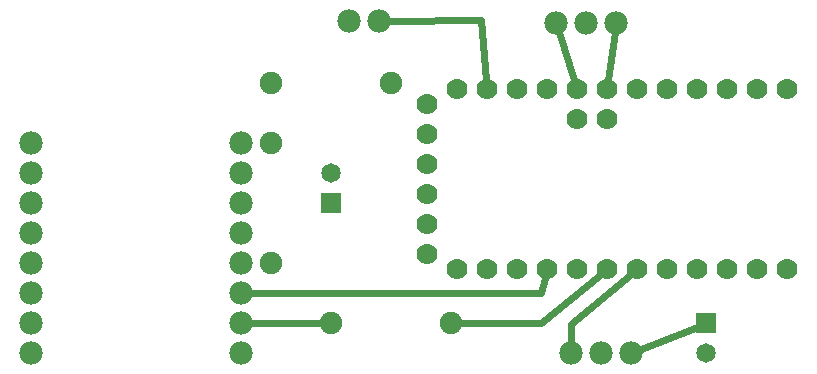
<source format=gtl>
G04 MADE WITH FRITZING*
G04 WWW.FRITZING.ORG*
G04 DOUBLE SIDED*
G04 HOLES PLATED*
G04 CONTOUR ON CENTER OF CONTOUR VECTOR*
%ASAXBY*%
%FSLAX23Y23*%
%MOIN*%
%OFA0B0*%
%SFA1.0B1.0*%
%ADD10C,0.065000*%
%ADD11C,0.077701*%
%ADD12C,0.070000*%
%ADD13C,0.075000*%
%ADD14C,0.078000*%
%ADD15C,0.024000*%
%ADD16R,0.001000X0.001000*%
%LNCOPPER1*%
G90*
G70*
G54D10*
X2323Y89D03*
X2323Y189D03*
X2323Y89D03*
X2323Y189D03*
X1073Y689D03*
X1073Y589D03*
X1073Y689D03*
X1073Y589D03*
G54D11*
X772Y90D03*
X772Y190D03*
X772Y290D03*
X772Y390D03*
X772Y490D03*
X772Y590D03*
X772Y690D03*
X772Y790D03*
X72Y90D03*
X72Y190D03*
X72Y290D03*
X72Y390D03*
X72Y490D03*
X72Y590D03*
X72Y690D03*
X72Y790D03*
G54D12*
X1591Y370D03*
X2391Y370D03*
X2191Y970D03*
X1991Y370D03*
X2591Y970D03*
X1791Y970D03*
X2591Y370D03*
X2191Y370D03*
X1791Y370D03*
X1991Y870D03*
X2391Y970D03*
X1991Y970D03*
X1591Y970D03*
X1391Y920D03*
X1391Y820D03*
X1391Y720D03*
X1391Y620D03*
X1391Y520D03*
X1391Y420D03*
X2491Y370D03*
X2291Y370D03*
X2091Y370D03*
X1891Y370D03*
X1691Y370D03*
X1491Y370D03*
X1891Y870D03*
X2491Y970D03*
X2291Y970D03*
X2091Y970D03*
X1891Y970D03*
X1691Y970D03*
X1491Y970D03*
G54D13*
X873Y989D03*
X1273Y989D03*
X1073Y189D03*
X1473Y189D03*
X873Y789D03*
X873Y389D03*
G54D14*
X2023Y1189D03*
X1923Y1189D03*
X1823Y1189D03*
X1132Y1198D03*
X1232Y1198D03*
X1873Y89D03*
X1973Y89D03*
X2073Y89D03*
G54D15*
X2073Y91D02*
X2082Y118D01*
D02*
X2300Y180D02*
X2073Y91D01*
D02*
X2018Y1159D02*
X1995Y1000D01*
D02*
X1832Y1160D02*
X1882Y999D01*
D02*
X1873Y188D02*
X2067Y350D01*
D02*
X1873Y119D02*
X1873Y188D01*
D02*
X1772Y189D02*
X1967Y350D01*
D02*
X1501Y189D02*
X1772Y189D01*
D02*
X1773Y290D02*
X1784Y339D01*
D02*
X801Y290D02*
X1773Y290D01*
D02*
X1573Y1200D02*
X1588Y1001D01*
D02*
X1262Y1198D02*
X1573Y1200D01*
D02*
X801Y190D02*
X1044Y189D01*
G54D16*
X1040Y622D02*
X1104Y622D01*
X1040Y621D02*
X1104Y621D01*
X1040Y620D02*
X1104Y620D01*
X1040Y619D02*
X1104Y619D01*
X1040Y618D02*
X1104Y618D01*
X1040Y617D02*
X1104Y617D01*
X1040Y616D02*
X1104Y616D01*
X1040Y615D02*
X1104Y615D01*
X1040Y614D02*
X1104Y614D01*
X1040Y613D02*
X1104Y613D01*
X1040Y612D02*
X1104Y612D01*
X1040Y611D02*
X1104Y611D01*
X1040Y610D02*
X1104Y610D01*
X1040Y609D02*
X1104Y609D01*
X1040Y608D02*
X1104Y608D01*
X1040Y607D02*
X1104Y607D01*
X1040Y606D02*
X1104Y606D01*
X1040Y605D02*
X1104Y605D01*
X1040Y604D02*
X1070Y604D01*
X1075Y604D02*
X1104Y604D01*
X1040Y603D02*
X1066Y603D01*
X1078Y603D02*
X1104Y603D01*
X1040Y602D02*
X1064Y602D01*
X1080Y602D02*
X1104Y602D01*
X1040Y601D02*
X1063Y601D01*
X1081Y601D02*
X1104Y601D01*
X1040Y600D02*
X1062Y600D01*
X1083Y600D02*
X1104Y600D01*
X1040Y599D02*
X1061Y599D01*
X1083Y599D02*
X1104Y599D01*
X1040Y598D02*
X1060Y598D01*
X1084Y598D02*
X1104Y598D01*
X1040Y597D02*
X1060Y597D01*
X1085Y597D02*
X1104Y597D01*
X1040Y596D02*
X1059Y596D01*
X1085Y596D02*
X1104Y596D01*
X1040Y595D02*
X1059Y595D01*
X1086Y595D02*
X1104Y595D01*
X1040Y594D02*
X1058Y594D01*
X1086Y594D02*
X1104Y594D01*
X1040Y593D02*
X1058Y593D01*
X1086Y593D02*
X1104Y593D01*
X1040Y592D02*
X1058Y592D01*
X1086Y592D02*
X1104Y592D01*
X1040Y591D02*
X1058Y591D01*
X1086Y591D02*
X1104Y591D01*
X1040Y590D02*
X1058Y590D01*
X1087Y590D02*
X1104Y590D01*
X1040Y589D02*
X1058Y589D01*
X1086Y589D02*
X1104Y589D01*
X1040Y588D02*
X1058Y588D01*
X1086Y588D02*
X1104Y588D01*
X1040Y587D02*
X1058Y587D01*
X1086Y587D02*
X1104Y587D01*
X1040Y586D02*
X1059Y586D01*
X1086Y586D02*
X1104Y586D01*
X1040Y585D02*
X1059Y585D01*
X1085Y585D02*
X1104Y585D01*
X1040Y584D02*
X1060Y584D01*
X1085Y584D02*
X1104Y584D01*
X1040Y583D02*
X1060Y583D01*
X1084Y583D02*
X1104Y583D01*
X1040Y582D02*
X1061Y582D01*
X1084Y582D02*
X1104Y582D01*
X1040Y581D02*
X1062Y581D01*
X1083Y581D02*
X1104Y581D01*
X1040Y580D02*
X1063Y580D01*
X1082Y580D02*
X1104Y580D01*
X1040Y579D02*
X1064Y579D01*
X1080Y579D02*
X1104Y579D01*
X1040Y578D02*
X1066Y578D01*
X1078Y578D02*
X1104Y578D01*
X1040Y577D02*
X1069Y577D01*
X1076Y577D02*
X1104Y577D01*
X1040Y576D02*
X1104Y576D01*
X1040Y575D02*
X1104Y575D01*
X1040Y574D02*
X1104Y574D01*
X1040Y573D02*
X1104Y573D01*
X1040Y572D02*
X1104Y572D01*
X1040Y571D02*
X1104Y571D01*
X1040Y570D02*
X1104Y570D01*
X1040Y569D02*
X1104Y569D01*
X1040Y568D02*
X1104Y568D01*
X1040Y567D02*
X1104Y567D01*
X1040Y566D02*
X1104Y566D01*
X1040Y565D02*
X1104Y565D01*
X1040Y564D02*
X1104Y564D01*
X1040Y563D02*
X1104Y563D01*
X1040Y562D02*
X1104Y562D01*
X1040Y561D02*
X1104Y561D01*
X1040Y560D02*
X1104Y560D01*
X1040Y559D02*
X1104Y559D01*
X1041Y558D02*
X1104Y558D01*
X2290Y223D02*
X2354Y223D01*
X2290Y222D02*
X2354Y222D01*
X2290Y221D02*
X2354Y221D01*
X2290Y220D02*
X2354Y220D01*
X2290Y219D02*
X2354Y219D01*
X2290Y218D02*
X2354Y218D01*
X2290Y217D02*
X2354Y217D01*
X2290Y216D02*
X2354Y216D01*
X2290Y215D02*
X2354Y215D01*
X2290Y214D02*
X2354Y214D01*
X2290Y213D02*
X2354Y213D01*
X2290Y212D02*
X2354Y212D01*
X2290Y211D02*
X2354Y211D01*
X2290Y210D02*
X2354Y210D01*
X2290Y209D02*
X2354Y209D01*
X2290Y208D02*
X2354Y208D01*
X2290Y207D02*
X2354Y207D01*
X2290Y206D02*
X2354Y206D01*
X2290Y205D02*
X2354Y205D01*
X2290Y204D02*
X2319Y204D01*
X2326Y204D02*
X2354Y204D01*
X2290Y203D02*
X2316Y203D01*
X2328Y203D02*
X2354Y203D01*
X2290Y202D02*
X2314Y202D01*
X2330Y202D02*
X2354Y202D01*
X2290Y201D02*
X2313Y201D01*
X2332Y201D02*
X2354Y201D01*
X2290Y200D02*
X2312Y200D01*
X2333Y200D02*
X2354Y200D01*
X2290Y199D02*
X2311Y199D01*
X2333Y199D02*
X2354Y199D01*
X2290Y198D02*
X2310Y198D01*
X2334Y198D02*
X2354Y198D01*
X2290Y197D02*
X2309Y197D01*
X2335Y197D02*
X2354Y197D01*
X2290Y196D02*
X2309Y196D01*
X2335Y196D02*
X2354Y196D01*
X2290Y195D02*
X2309Y195D01*
X2336Y195D02*
X2354Y195D01*
X2290Y194D02*
X2308Y194D01*
X2336Y194D02*
X2354Y194D01*
X2290Y193D02*
X2308Y193D01*
X2336Y193D02*
X2354Y193D01*
X2290Y192D02*
X2308Y192D01*
X2336Y192D02*
X2354Y192D01*
X2290Y191D02*
X2308Y191D01*
X2336Y191D02*
X2354Y191D01*
X2290Y190D02*
X2308Y190D01*
X2336Y190D02*
X2354Y190D01*
X2290Y189D02*
X2308Y189D01*
X2336Y189D02*
X2354Y189D01*
X2290Y188D02*
X2308Y188D01*
X2336Y188D02*
X2354Y188D01*
X2290Y187D02*
X2308Y187D01*
X2336Y187D02*
X2354Y187D01*
X2290Y186D02*
X2309Y186D01*
X2336Y186D02*
X2354Y186D01*
X2290Y185D02*
X2309Y185D01*
X2335Y185D02*
X2354Y185D01*
X2290Y184D02*
X2310Y184D01*
X2335Y184D02*
X2354Y184D01*
X2290Y183D02*
X2310Y183D01*
X2334Y183D02*
X2354Y183D01*
X2290Y182D02*
X2311Y182D01*
X2333Y182D02*
X2354Y182D01*
X2290Y181D02*
X2312Y181D01*
X2332Y181D02*
X2354Y181D01*
X2290Y180D02*
X2313Y180D01*
X2331Y180D02*
X2354Y180D01*
X2290Y179D02*
X2314Y179D01*
X2330Y179D02*
X2354Y179D01*
X2290Y178D02*
X2316Y178D01*
X2328Y178D02*
X2354Y178D01*
X2290Y177D02*
X2320Y177D01*
X2325Y177D02*
X2354Y177D01*
X2290Y176D02*
X2354Y176D01*
X2290Y175D02*
X2354Y175D01*
X2290Y174D02*
X2354Y174D01*
X2290Y173D02*
X2354Y173D01*
X2290Y172D02*
X2354Y172D01*
X2290Y171D02*
X2354Y171D01*
X2290Y170D02*
X2354Y170D01*
X2290Y169D02*
X2354Y169D01*
X2290Y168D02*
X2354Y168D01*
X2290Y167D02*
X2354Y167D01*
X2290Y166D02*
X2354Y166D01*
X2290Y165D02*
X2354Y165D01*
X2290Y164D02*
X2354Y164D01*
X2290Y163D02*
X2354Y163D01*
X2290Y162D02*
X2354Y162D01*
X2290Y161D02*
X2354Y161D01*
X2290Y160D02*
X2354Y160D01*
X2290Y159D02*
X2354Y159D01*
D02*
G04 End of Copper1*
M02*
</source>
